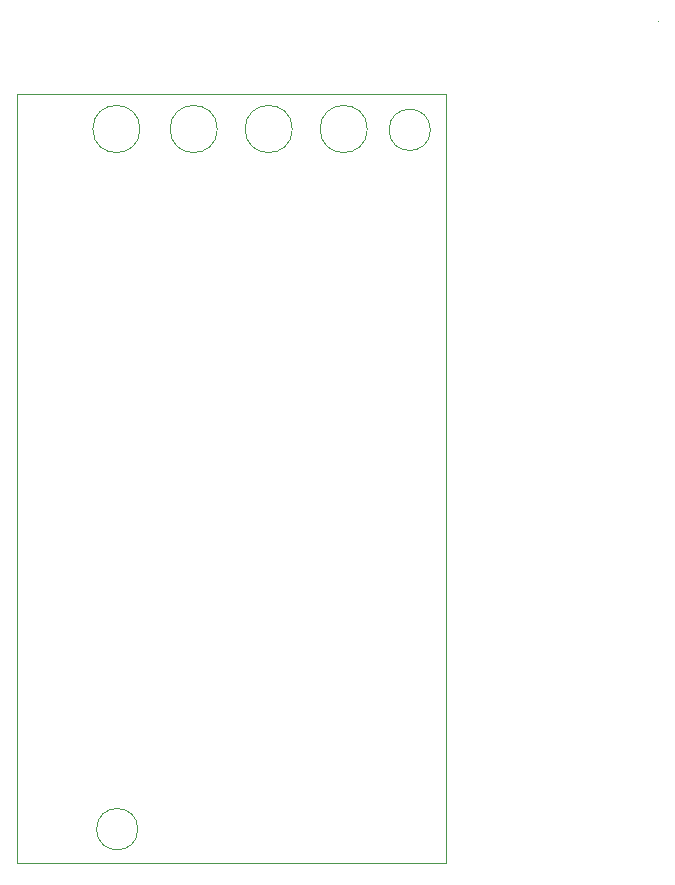
<source format=gm1>
%TF.GenerationSoftware,KiCad,Pcbnew,(6.0.5-0)*%
%TF.CreationDate,2022-05-25T22:01:54-07:00*%
%TF.ProjectId,pool-piano-synth,706f6f6c-2d70-4696-916e-6f2d73796e74,v1*%
%TF.SameCoordinates,Original*%
%TF.FileFunction,Profile,NP*%
%FSLAX46Y46*%
G04 Gerber Fmt 4.6, Leading zero omitted, Abs format (unit mm)*
G04 Created by KiCad (PCBNEW (6.0.5-0)) date 2022-05-25 22:01:54*
%MOMM*%
%LPD*%
G01*
G04 APERTURE LIST*
%TA.AperFunction,Profile*%
%ADD10C,0.100000*%
%TD*%
G04 APERTURE END LIST*
D10*
X122809000Y-121285000D02*
X122809000Y-56134000D01*
X159131000Y-121285000D02*
X122809000Y-121285000D01*
X159131000Y-56134000D02*
X159131000Y-121285000D01*
X122809000Y-56134000D02*
X159131000Y-56134000D01*
X152495000Y-59113325D02*
G75*
G03*
X152495000Y-59113325I-2000000J0D01*
G01*
X139795000Y-59113325D02*
G75*
G03*
X139795000Y-59113325I-2000000J0D01*
G01*
X133068000Y-118392000D02*
G75*
G03*
X133068000Y-118392000I-1750000J0D01*
G01*
X177157941Y-50038000D02*
G75*
G03*
X177157941Y-50038000I-1J0D01*
G01*
X157833000Y-59182000D02*
G75*
G03*
X157833000Y-59182000I-1750000J0D01*
G01*
X133249325Y-59113325D02*
G75*
G03*
X133249325Y-59113325I-2000000J0D01*
G01*
X146145000Y-59113325D02*
G75*
G03*
X146145000Y-59113325I-2000000J0D01*
G01*
M02*

</source>
